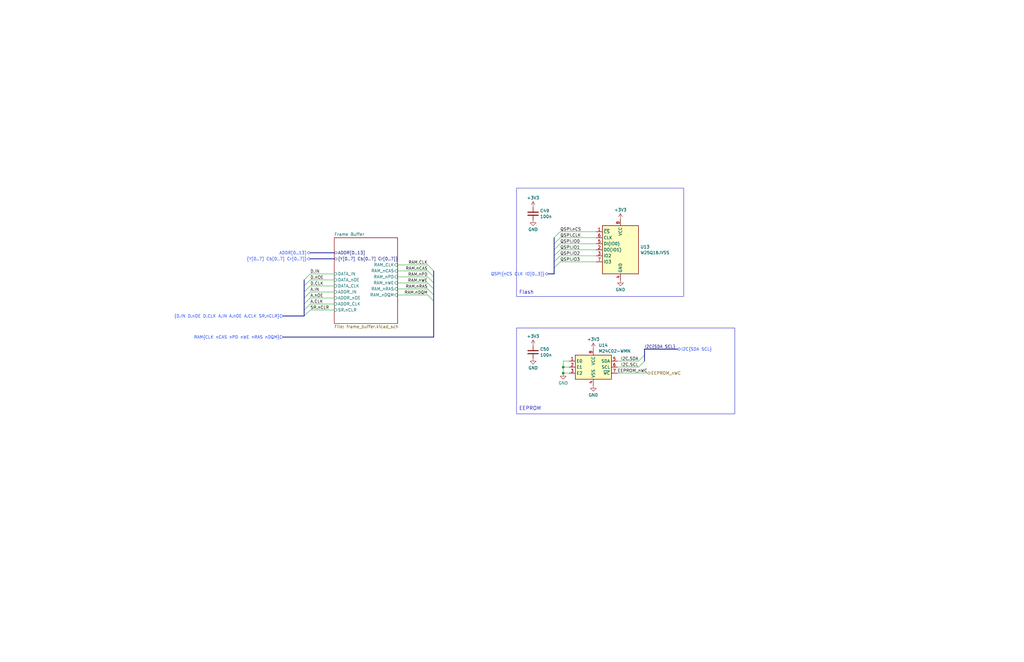
<source format=kicad_sch>
(kicad_sch (version 20231120) (generator "eeschema") (generator_version "8.0")
  (paper "B")
  (title_block (title "Camera Testing Board") (date "2024-10-19") (rev "1") (comment 1 "E. Eidt"))
  (lib_symbols
    (symbol "Memory_EEPROM:M24C02-WMN"
      (property "Reference" "U" (at -6.35 6.35 0))
      (property "Value" "M24C02-WMN" (at 7.62 6.35 0))
      (symbol "M24C02-WMN_0_1"
        (rectangle (start -7.62 5.08) (end 7.62 -5.08) (stroke (width 0.254)) (fill (type background)))
      )
      (symbol "M24C02-WMN_1_1"
        (pin input line (at -10.16 2.54 0) (length 2.54) (name "E0") (number "1"))
        (pin input line (at -10.16 0 0) (length 2.54) (name "E1") (number "2"))
        (pin input line (at -10.16 -2.54 0) (length 2.54) (name "E2") (number "3"))
        (pin power_in line (at 0 -7.62 90) (length 2.54) (name "VSS") (number "4"))
        (pin bidirectional line (at 10.16 2.54 180) (length 2.54) (name "SDA") (number "5"))
        (pin input line (at 10.16 0 180) (length 2.54) (name "SCL") (number "6"))
        (pin input line (at 10.16 -2.54 180) (length 2.54) (name "~{WC}") (number "7"))
        (pin power_in line (at 0 7.62 270) (length 2.54) (name "VCC") (number "8"))
      )
    )
    (symbol "Memory_Flash:W25Q16JVSS"
      (property "Reference" "U" (at -6.35 11.43 0))
      (property "Value" "W25Q16JVSS" (at 7.62 11.43 0))
      (symbol "W25Q16JVSS_0_1"
        (rectangle (start -7.62 10.16) (end 7.62 -10.16) (stroke (width 0.254)) (fill (type background)))
      )
      (symbol "W25Q16JVSS_1_1"
        (pin input line (at -10.16 7.62 0) (length 2.54) (name "~{CS}") (number "1"))
        (pin bidirectional line (at -10.16 0 0) (length 2.54) (name "DO(IO1)") (number "2"))
        (pin bidirectional line (at -10.16 -2.54 0) (length 2.54) (name "IO2") (number "3"))
        (pin power_in line (at 0 -12.7 90) (length 2.54) (name "GND") (number "4"))
        (pin bidirectional line (at -10.16 2.54 0) (length 2.54) (name "DI(IO0)") (number "5"))
        (pin input line (at -10.16 5.08 0) (length 2.54) (name "CLK") (number "6"))
        (pin bidirectional line (at -10.16 -5.08 0) (length 2.54) (name "IO3") (number "7"))
        (pin power_in line (at 0 12.7 270) (length 2.54) (name "VCC") (number "8"))
      )
    )
    (symbol "PCM_SL_Capacitors:100nF_Ceramic"
      (property "Reference" "C" (at 0 6.35 0))
      (property "Value" "100nF_Ceramic" (at 0 3.81 0))
      (symbol "100nF_Ceramic_0_1"
        (rectangle (start -0.762 2.286) (end -0.508 -2.286) (fill (type outline)))
        (rectangle (start 0.508 2.286) (end 0.762 -2.286) (fill (type outline)))
      )
      (symbol "100nF_Ceramic_1_1"
        (pin passive line (at -2.54 0 0) (length 2) (name "~") (number "1"))
        (pin input line (at 2.54 0 180) (length 2) (name "~") (number "2"))
      )
    )
    (symbol "power:+3V3" (power) (pin_numbers hide) (pin_names (offset 0) hide)
      (property "Value" "+3V3" (at 0 3.556 0))
      (symbol "+3V3_0_1"
        (polyline (pts (xy -0.762 1.27) (xy 0 2.54)))
        (polyline (pts (xy 0 0) (xy 0 2.54)))
        (polyline (pts (xy 0 2.54) (xy 0.762 1.27)))
      )
      (symbol "+3V3_1_1"
        (pin power_in line (at 0 0 90) (length 0) (name "~") (number "1"))
      )
    )
    (symbol "power:GND" (power) (pin_numbers hide) (pin_names (offset 0) hide)
      (property "Value" "GND" (at 0 -3.81 0))
      (symbol "GND_0_1"
        (polyline (pts (xy 0 0) (xy 0 -1.27) (xy 1.27 -1.27) (xy 0 -2.54) (xy -1.27 -1.27) (xy 0 -1.27)))
      )
      (symbol "GND_1_1"
        (pin power_in line (at 0 0 270) (length 0) (name "~") (number "1"))
      )
    )
  )
  (junction (at 237.49 154.94))
  (junction (at 237.49 157.48))
  (bus_entry (at 236.22 107.95) (size -2.54 2.54))
  (bus_entry (at 180.34 124.46) (size 2.54 2.54))
  (bus_entry (at 180.34 114.3) (size 2.54 2.54))
  (bus_entry (at 180.34 119.38) (size 2.54 2.54))
  (bus_entry (at 180.34 116.84) (size 2.54 2.54))
  (bus_entry (at 130.81 120.65) (size -2.54 2.54))
  (bus_entry (at 130.81 115.57) (size -2.54 2.54))
  (bus_entry (at 236.22 102.87) (size -2.54 2.54))
  (bus_entry (at 180.34 121.92) (size 2.54 2.54))
  (bus_entry (at 130.81 123.19) (size -2.54 2.54))
  (bus_entry (at 271.78 152.4) (size -2.54 2.54))
  (bus_entry (at 130.81 128.27) (size -2.54 2.54))
  (bus_entry (at 130.81 130.81) (size -2.54 2.54))
  (bus_entry (at 271.78 149.86) (size -2.54 2.54))
  (bus_entry (at 236.22 97.79) (size -2.54 2.54))
  (bus_entry (at 130.81 125.73) (size -2.54 2.54))
  (bus_entry (at 180.34 111.76) (size 2.54 2.54))
  (bus_entry (at 236.22 105.41) (size -2.54 2.54))
  (bus_entry (at 236.22 100.33) (size -2.54 2.54))
  (bus_entry (at 236.22 110.49) (size -2.54 2.54))
  (bus_entry (at 130.81 118.11) (size -2.54 2.54))
  (bus (pts (xy 128.27 120.65) (xy 128.27 123.19)))
  (wire (pts (xy 237.49 154.94) (xy 240.03 154.94)))
  (bus (pts (xy 128.27 128.27) (xy 128.27 130.81)))
  (wire (pts (xy 180.34 121.92) (xy 167.64 121.92)))
  (bus (pts (xy 130.81 109.22) (xy 140.97 109.22)))
  (bus (pts (xy 271.78 149.86) (xy 271.78 152.4)))
  (bus (pts (xy 231.14 115.57) (xy 233.68 115.57)))
  (wire (pts (xy 236.22 110.49) (xy 251.46 110.49)))
  (bus (pts (xy 182.88 116.84) (xy 182.88 119.38)))
  (wire (pts (xy 260.35 152.4) (xy 269.24 152.4)))
  (bus (pts (xy 182.88 121.92) (xy 182.88 124.46)))
  (bus (pts (xy 128.27 118.11) (xy 128.27 120.65)))
  (wire (pts (xy 236.22 102.87) (xy 251.46 102.87)))
  (bus (pts (xy 119.38 133.35) (xy 128.27 133.35)))
  (wire (pts (xy 130.81 115.57) (xy 140.97 115.57)))
  (bus (pts (xy 233.68 113.03) (xy 233.68 115.57)))
  (wire (pts (xy 130.81 128.27) (xy 140.97 128.27)))
  (bus (pts (xy 182.88 114.3) (xy 182.88 116.84)))
  (wire (pts (xy 237.49 157.48) (xy 240.03 157.48)))
  (wire (pts (xy 240.03 152.4) (xy 237.49 152.4)))
  (bus (pts (xy 182.88 119.38) (xy 182.88 121.92)))
  (bus (pts (xy 271.78 147.32) (xy 285.75 147.32)))
  (bus (pts (xy 233.68 102.87) (xy 233.68 105.41)))
  (wire (pts (xy 237.49 154.94) (xy 237.49 157.48)))
  (bus (pts (xy 233.68 107.95) (xy 233.68 110.49)))
  (bus (pts (xy 130.81 106.68) (xy 140.97 106.68)))
  (bus (pts (xy 182.88 127) (xy 182.88 142.24)))
  (wire (pts (xy 180.34 111.76) (xy 167.64 111.76)))
  (bus (pts (xy 233.68 110.49) (xy 233.68 113.03)))
  (wire (pts (xy 140.97 130.81) (xy 130.81 130.81)))
  (wire (pts (xy 180.34 119.38) (xy 167.64 119.38)))
  (wire (pts (xy 130.81 125.73) (xy 140.97 125.73)))
  (wire (pts (xy 130.81 118.11) (xy 140.97 118.11)))
  (bus (pts (xy 128.27 130.81) (xy 128.27 133.35)))
  (wire (pts (xy 236.22 105.41) (xy 251.46 105.41)))
  (wire (pts (xy 130.81 123.19) (xy 140.97 123.19)))
  (bus (pts (xy 182.88 124.46) (xy 182.88 127)))
  (wire (pts (xy 260.35 154.94) (xy 269.24 154.94)))
  (wire (pts (xy 236.22 100.33) (xy 251.46 100.33)))
  (bus (pts (xy 119.38 142.24) (xy 182.88 142.24)))
  (bus (pts (xy 128.27 125.73) (xy 128.27 128.27)))
  (wire (pts (xy 236.22 107.95) (xy 251.46 107.95)))
  (wire (pts (xy 180.34 124.46) (xy 167.64 124.46)))
  (bus (pts (xy 128.27 123.19) (xy 128.27 125.73)))
  (bus (pts (xy 271.78 147.32) (xy 271.78 149.86)))
  (bus (pts (xy 233.68 105.41) (xy 233.68 107.95)))
  (wire (pts (xy 236.22 97.79) (xy 251.46 97.79)))
  (wire (pts (xy 130.81 120.65) (xy 140.97 120.65)))
  (wire (pts (xy 260.35 157.48) (xy 273.05 157.48)))
  (bus (pts (xy 233.68 100.33) (xy 233.68 102.87)))
  (wire (pts (xy 180.34 114.3) (xy 167.64 114.3)))
  (wire (pts (xy 237.49 152.4) (xy 237.49 154.94)))
  (wire (pts (xy 180.34 116.84) (xy 167.64 116.84)))
  (rectangle (start 217.805 138.43) (end 309.88 174.625))
  (rectangle (start 217.805 79.375) (end 288.29 125.095))
  (text "Flash" (at 221.996 123.444 0) (effects (font (size 1.524 1.524))))
  (text "EEPROM" (at 223.52 172.466 0) (effects (font (size 1.524 1.524))))
  (label "A.IN" (at 130.81 123.19 0))
  (label "SR.nCLR" (at 130.81 130.81 0))
  (label "QSPI.nCS" (at 236.22 97.79 0))
  (label "D.nOE" (at 130.81 118.11 0))
  (label "QSPI.IO0" (at 236.22 102.87 0))
  (label "QSPI.CLK" (at 236.22 100.33 0))
  (label "RAM.nDQM" (at 180.34 124.46 180))
  (label "QSPI.IO2" (at 236.22 107.95 0))
  (label "I2C.SDA" (at 269.24 152.4 180))
  (label "RAM.CLK" (at 180.34 111.76 180))
  (label "RAM.nRAS" (at 180.34 121.92 180))
  (label "RAM.nPD" (at 180.34 116.84 180))
  (label "A.nOE" (at 130.81 125.73 0))
  (label "A.CLK" (at 130.81 128.27 0))
  (label "D.CLK" (at 130.81 120.65 0))
  (label "QSPI.IO1" (at 236.22 105.41 0))
  (label "I2C.SCL" (at 269.24 154.94 180))
  (label "QSPI.IO3" (at 236.22 110.49 0))
  (label "RAM.nCAS" (at 180.34 114.3 180))
  (label "D.IN" (at 130.81 115.57 0))
  (label "RAM.nWE" (at 180.34 119.38 180))
  (label "EEPROM_nWC" (at 273.05 157.48 180))
  (label "I2C{SDA SCL}" (at 271.78 147.32 0))
  (hierarchical_label "{D.IN D.nOE D.CLK A.IN A.nOE A.CLK SR.nCLR}" (shape input) (at 119.38 133.35 180))
  (hierarchical_label "QSPI{nCS CLK IO[0..3]}" (shape bidirectional) (at 231.14 115.57 180))
  (hierarchical_label "ADDR[0..13]" (shape bidirectional) (at 130.81 106.68 180))
  (hierarchical_label "{Y[0..7] Cb[0..7] Cr[0..7]}" (shape bidirectional) (at 130.81 109.22 180))
  (hierarchical_label "I2C{SDA SCL}" (shape bidirectional) (at 285.75 147.32 0))
  (hierarchical_label "EEPROM_nWC" (shape bidirectional) (at 273.05 157.48 0))
  (hierarchical_label "RAM{CLK nCAS nPD nWE nRAS nDQM}" (shape input) (at 119.38 142.24 180))
  (symbol (lib_id "power:+3V3") (at 250.19 147.32 0) (unit 1)
    (property "Reference" "#PWR0105" (effects (hide yes)))
    (property "Value" "+3V3" (at 250.19 143.1869 0))
    (property "Description" "Power symbol creates a global label with name \"+3V3\"" (effects (hide yes)))
  )
  (symbol (lib_id "PCM_SL_Capacitors:100nF_Ceramic") (at 224.79 148.59 90) (unit 1)
    (property "Reference" "C50" (at 227.711 147.3778 90) (effects (justify right)))
    (property "Value" "100n" (at 227.711 149.8021 90) (effects (justify right)))
    (property "Footprint" "Capacitor_SMD:C_0603_1608Metric" (effects (hide yes)))
    (property "Description" "100nF Ceramic Capacitor" (effects (hide yes)))
  )
  (symbol (lib_id "power:+3V3") (at 224.79 146.05 0) (unit 1)
    (property "Reference" "#PWR0104" (effects (hide yes)))
    (property "Value" "+3V3" (at 224.79 141.9169 0))
    (property "Description" "Power symbol creates a global label with name \"+3V3\"" (effects (hide yes)))
  )
  (symbol (lib_id "power:GND") (at 224.79 92.71 0) (unit 1)
    (property "Reference" "#PWR0101" (effects (hide yes)))
    (property "Value" "GND" (at 224.79 96.8431 0))
    (property "Description" "Power symbol creates a global label with name \"GND\" , ground" (effects (hide yes)))
  )
  (symbol (lib_id "Memory_Flash:W25Q16JVSS") (at 261.62 105.41 0) (unit 1)
    (property "Reference" "U13" (at 270.002 104.1978 0) (effects (justify left)))
    (property "Value" "W25Q16JVSS" (at 270.002 106.6221 0) (effects (justify left)))
    (property "Footprint" "Package_SO:SOIC-8_5.23x5.23mm_P1.27mm" (effects (hide yes)))
    (property "Datasheet" "https://www.winbond.com/hq/support/documentation/levelOne.jsp?__locale=en&DocNo=DA00-W25Q16JV.1" (effects (hide yes)))
    (property "Description" "16Mb Serial Flash Memory, Standard/Dual/Quad SPI, SOIC-8" (effects (hide yes)))
  )
  (symbol (lib_id "power:GND") (at 261.62 118.11 0) (unit 1)
    (property "Reference" "#PWR0103" (effects (hide yes)))
    (property "Value" "GND" (at 261.62 122.2431 0))
    (property "Description" "Power symbol creates a global label with name \"GND\" , ground" (effects (hide yes)))
  )
  (symbol (lib_id "power:GND") (at 237.49 157.48 0) (unit 1)
    (property "Reference" "#PWR0107" (effects (hide yes)))
    (property "Value" "GND" (at 237.49 161.6131 0))
    (property "Description" "Power symbol creates a global label with name \"GND\" , ground" (effects (hide yes)))
  )
  (symbol (lib_id "power:GND") (at 250.19 162.56 0) (unit 1)
    (property "Reference" "#PWR0108" (effects (hide yes)))
    (property "Value" "GND" (at 250.19 166.6931 0))
    (property "Description" "Power symbol creates a global label with name \"GND\" , ground" (effects (hide yes)))
  )
  (symbol (lib_id "power:+3V3") (at 261.62 92.71 0) (unit 1)
    (property "Reference" "#PWR0102" (effects (hide yes)))
    (property "Value" "+3V3" (at 261.62 88.5769 0))
    (property "Description" "Power symbol creates a global label with name \"+3V3\"" (effects (hide yes)))
  )
  (symbol (lib_id "Memory_EEPROM:M24C02-WMN") (at 250.19 154.94 0) (unit 1)
    (property "Reference" "U14" (at 252.3841 145.7155 0) (effects (justify left)))
    (property "Value" "M24C02-WMN" (at 252.3841 148.1398 0) (effects (justify left)))
    (property "Footprint" "Package_SO:SOIC-8_3.9x4.9mm_P1.27mm" (effects (hide yes)))
    (property "Datasheet" "http://www.st.com/content/ccc/resource/technical/document/datasheet/b0/d8/50/40/5a/85/49/6f/DM00071904.pdf/files/DM00071904.pdf/jcr:content/translations/en.DM00071904.pdf" (effects (hide yes)))
    (property "Description" "2Kb (256x8) I2C Serial EEPROM, 2.5-5.5V, SOIC-8" (effects (hide yes)))
  )
  (symbol (lib_id "power:GND") (at 224.79 151.13 0) (unit 1)
    (property "Reference" "#PWR0106" (effects (hide yes)))
    (property "Value" "GND" (at 224.79 155.2631 0))
    (property "Description" "Power symbol creates a global label with name \"GND\" , ground" (effects (hide yes)))
  )
  (symbol (lib_id "power:+3V3") (at 224.79 87.63 0) (unit 1)
    (property "Reference" "#PWR0100" (effects (hide yes)))
    (property "Value" "+3V3" (at 224.79 83.4969 0))
    (property "Description" "Power symbol creates a global label with name \"+3V3\"" (effects (hide yes)))
  )
  (symbol (lib_id "PCM_SL_Capacitors:100nF_Ceramic") (at 224.79 90.17 90) (unit 1)
    (property "Reference" "C49" (at 227.711 88.9578 90) (effects (justify right)))
    (property "Value" "100n" (at 227.711 91.3821 90) (effects (justify right)))
    (property "Footprint" "Capacitor_SMD:C_0603_1608Metric" (effects (hide yes)))
    (property "Description" "100nF Ceramic Capacitor" (effects (hide yes)))
  )
  (sheet (at 140.97 100.33) (size 26.67 36.195) (stroke (width 0.1524))
    (property "Sheetname" "Frame Buffer" (at 140.97 99.6184 0) (effects (justify left bottom)))
    (property "Sheetfile" "frame_buffer.kicad_sch" (at 140.97 137.1096 0) (effects (justify left top)))
    (pin "ADDR[0..13]" tri_state (at 140.97 106.68 180))
    (pin "{Y[0..7] Cb[0..7] Cr[0..7]}" tri_state (at 140.97 109.22 180))
    (pin "DATA_IN" input (at 140.97 115.57 180))
    (pin "DATA_nOE" input (at 140.97 118.11 180))
    (pin "DATA_CLK" input (at 140.97 120.65 180))
    (pin "ADDR_IN" input (at 140.97 123.19 180))
    (pin "ADDR_nOE" input (at 140.97 125.73 180))
    (pin "ADDR_CLK" input (at 140.97 128.27 180))
    (pin "SR.nCLR" input (at 140.97 130.81 180))
    (pin "RAM_CLK" input (at 167.64 111.76 0))
    (pin "RAM_nCAS" input (at 167.64 114.3 0))
    (pin "RAM_nPD" input (at 167.64 116.84 0))
    (pin "RAM_nWE" input (at 167.64 119.38 0))
    (pin "RAM_nRAS" input (at 167.64 121.92 0))
    (pin "RAM_nDQM" input (at 167.64 124.46 0))
  )
)
</source>
